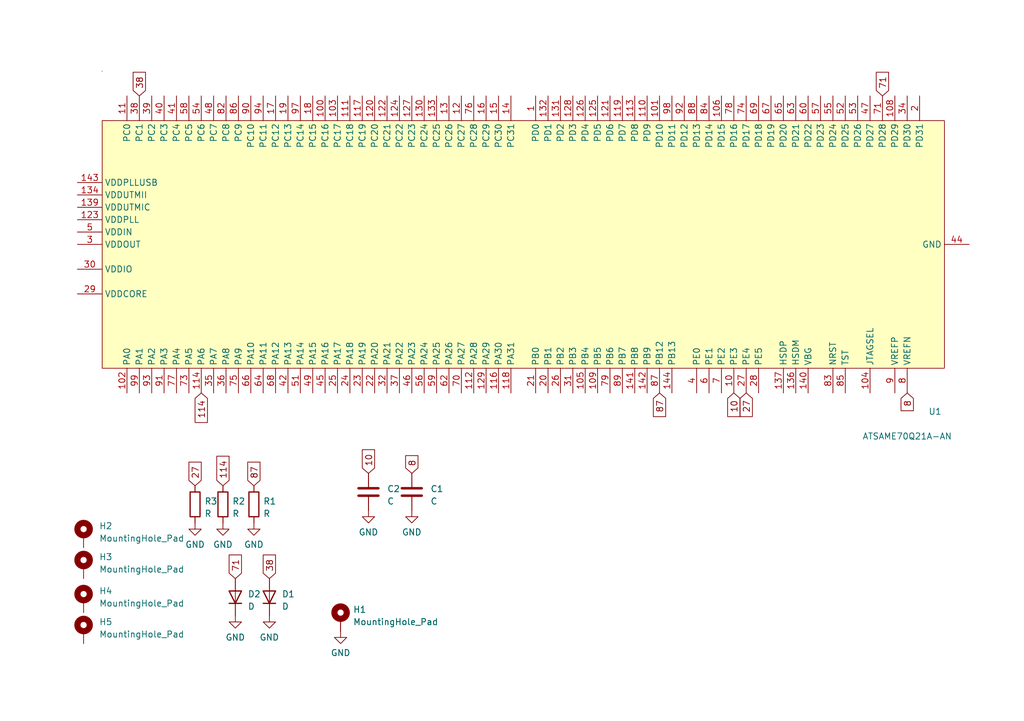
<source format=kicad_sch>
(kicad_sch (version 20230121) (generator eeschema)

  (uuid bb5f9f5f-2399-4981-90ab-6d0131d61522)

  (paper "A5")

  (title_block
    (title "Inventrix Keychain")
    (date "2024-05-25")
    (rev "1.0")
    (company "Bandung Institute of Technology, Inventrix")
    (comment 1 "Bostang Palaguna")
    (comment 2 "designed by:")
  )

  (lib_symbols
    (symbol "Device:C" (pin_numbers hide) (pin_names (offset 0.254)) (in_bom yes) (on_board yes)
      (property "Reference" "C" (at 0.635 2.54 0)
        (effects (font (size 1.27 1.27)) (justify left))
      )
      (property "Value" "C" (at 0.635 -2.54 0)
        (effects (font (size 1.27 1.27)) (justify left))
      )
      (property "Footprint" "" (at 0.9652 -3.81 0)
        (effects (font (size 1.27 1.27)) hide)
      )
      (property "Datasheet" "~" (at 0 0 0)
        (effects (font (size 1.27 1.27)) hide)
      )
      (property "ki_keywords" "cap capacitor" (at 0 0 0)
        (effects (font (size 1.27 1.27)) hide)
      )
      (property "ki_description" "Unpolarized capacitor" (at 0 0 0)
        (effects (font (size 1.27 1.27)) hide)
      )
      (property "ki_fp_filters" "C_*" (at 0 0 0)
        (effects (font (size 1.27 1.27)) hide)
      )
      (symbol "C_0_1"
        (polyline
          (pts
            (xy -2.032 -0.762)
            (xy 2.032 -0.762)
          )
          (stroke (width 0.508) (type default))
          (fill (type none))
        )
        (polyline
          (pts
            (xy -2.032 0.762)
            (xy 2.032 0.762)
          )
          (stroke (width 0.508) (type default))
          (fill (type none))
        )
      )
      (symbol "C_1_1"
        (pin passive line (at 0 3.81 270) (length 2.794)
          (name "~" (effects (font (size 1.27 1.27))))
          (number "1" (effects (font (size 1.27 1.27))))
        )
        (pin passive line (at 0 -3.81 90) (length 2.794)
          (name "~" (effects (font (size 1.27 1.27))))
          (number "2" (effects (font (size 1.27 1.27))))
        )
      )
    )
    (symbol "Device:D" (pin_numbers hide) (pin_names (offset 1.016) hide) (in_bom yes) (on_board yes)
      (property "Reference" "D" (at 0 2.54 0)
        (effects (font (size 1.27 1.27)))
      )
      (property "Value" "D" (at 0 -2.54 0)
        (effects (font (size 1.27 1.27)))
      )
      (property "Footprint" "" (at 0 0 0)
        (effects (font (size 1.27 1.27)) hide)
      )
      (property "Datasheet" "~" (at 0 0 0)
        (effects (font (size 1.27 1.27)) hide)
      )
      (property "Sim.Device" "D" (at 0 0 0)
        (effects (font (size 1.27 1.27)) hide)
      )
      (property "Sim.Pins" "1=K 2=A" (at 0 0 0)
        (effects (font (size 1.27 1.27)) hide)
      )
      (property "ki_keywords" "diode" (at 0 0 0)
        (effects (font (size 1.27 1.27)) hide)
      )
      (property "ki_description" "Diode" (at 0 0 0)
        (effects (font (size 1.27 1.27)) hide)
      )
      (property "ki_fp_filters" "TO-???* *_Diode_* *SingleDiode* D_*" (at 0 0 0)
        (effects (font (size 1.27 1.27)) hide)
      )
      (symbol "D_0_1"
        (polyline
          (pts
            (xy -1.27 1.27)
            (xy -1.27 -1.27)
          )
          (stroke (width 0.254) (type default))
          (fill (type none))
        )
        (polyline
          (pts
            (xy 1.27 0)
            (xy -1.27 0)
          )
          (stroke (width 0) (type default))
          (fill (type none))
        )
        (polyline
          (pts
            (xy 1.27 1.27)
            (xy 1.27 -1.27)
            (xy -1.27 0)
            (xy 1.27 1.27)
          )
          (stroke (width 0.254) (type default))
          (fill (type none))
        )
      )
      (symbol "D_1_1"
        (pin passive line (at -3.81 0 0) (length 2.54)
          (name "K" (effects (font (size 1.27 1.27))))
          (number "1" (effects (font (size 1.27 1.27))))
        )
        (pin passive line (at 3.81 0 180) (length 2.54)
          (name "A" (effects (font (size 1.27 1.27))))
          (number "2" (effects (font (size 1.27 1.27))))
        )
      )
    )
    (symbol "Device:R" (pin_numbers hide) (pin_names (offset 0)) (in_bom yes) (on_board yes)
      (property "Reference" "R" (at 2.032 0 90)
        (effects (font (size 1.27 1.27)))
      )
      (property "Value" "R" (at 0 0 90)
        (effects (font (size 1.27 1.27)))
      )
      (property "Footprint" "" (at -1.778 0 90)
        (effects (font (size 1.27 1.27)) hide)
      )
      (property "Datasheet" "~" (at 0 0 0)
        (effects (font (size 1.27 1.27)) hide)
      )
      (property "ki_keywords" "R res resistor" (at 0 0 0)
        (effects (font (size 1.27 1.27)) hide)
      )
      (property "ki_description" "Resistor" (at 0 0 0)
        (effects (font (size 1.27 1.27)) hide)
      )
      (property "ki_fp_filters" "R_*" (at 0 0 0)
        (effects (font (size 1.27 1.27)) hide)
      )
      (symbol "R_0_1"
        (rectangle (start -1.016 -2.54) (end 1.016 2.54)
          (stroke (width 0.254) (type default))
          (fill (type none))
        )
      )
      (symbol "R_1_1"
        (pin passive line (at 0 3.81 270) (length 1.27)
          (name "~" (effects (font (size 1.27 1.27))))
          (number "1" (effects (font (size 1.27 1.27))))
        )
        (pin passive line (at 0 -3.81 90) (length 1.27)
          (name "~" (effects (font (size 1.27 1.27))))
          (number "2" (effects (font (size 1.27 1.27))))
        )
      )
    )
    (symbol "MCU_Microchip_SAME:ATSAME70Q21A-AN" (in_bom yes) (on_board yes)
      (property "Reference" "U" (at -22.86 88.9 0)
        (effects (font (size 1.27 1.27)))
      )
      (property "Value" "ATSAME70Q21A-AN" (at -12.7 -88.9 0)
        (effects (font (size 1.27 1.27)))
      )
      (property "Footprint" "Package_QFP:LQFP-144_20x20mm_P0.5mm" (at 35.56 88.9 0)
        (effects (font (size 1.27 1.27)) hide)
      )
      (property "Datasheet" "http://ww1.microchip.com/downloads/en/DeviceDoc/SAM-E70-S70-V70-V71-Family-Data-Sheet-DS60001527D.pdf" (at 0 0 0)
        (effects (font (size 1.27 1.27)) hide)
      )
      (property "ki_keywords" "32-bit ARM Cortex-M7 MCU Microcontroller" (at 0 0 0)
        (effects (font (size 1.27 1.27)) hide)
      )
      (property "ki_description" "SAM E70 Microchip SMART ARM Cortex-M7-based MCU, 2048K Flash, 384K SRAM, LQFP144" (at 0 0 0)
        (effects (font (size 1.27 1.27)) hide)
      )
      (property "ki_fp_filters" "LQFP*20x20mm*P0.5mm*" (at 0 0 0)
        (effects (font (size 1.27 1.27)) hide)
      )
      (symbol "ATSAME70Q21A-AN_0_1"
        (rectangle (start 25.4 86.36) (end -25.4 -86.36)
          (stroke (width 0) (type default))
          (fill (type background))
        )
        (rectangle (start 35.56 86.36) (end 35.56 86.36)
          (stroke (width 0) (type default))
          (fill (type none))
        )
      )
      (symbol "ATSAME70Q21A-AN_1_1"
        (pin bidirectional line (at 30.48 -2.54 180) (length 5.08)
          (name "PD0" (effects (font (size 1.27 1.27))))
          (number "1" (effects (font (size 1.27 1.27))))
        )
        (pin bidirectional line (at -30.48 -43.18 0) (length 5.08)
          (name "PE3" (effects (font (size 1.27 1.27))))
          (number "10" (effects (font (size 1.27 1.27))))
        )
        (pin bidirectional line (at 30.48 40.64 180) (length 5.08)
          (name "PC16" (effects (font (size 1.27 1.27))))
          (number "100" (effects (font (size 1.27 1.27))))
        )
        (pin bidirectional line (at 30.48 -27.94 180) (length 5.08)
          (name "PD10" (effects (font (size 1.27 1.27))))
          (number "101" (effects (font (size 1.27 1.27))))
        )
        (pin bidirectional line (at -30.48 81.28 0) (length 5.08)
          (name "PA0" (effects (font (size 1.27 1.27))))
          (number "102" (effects (font (size 1.27 1.27))))
        )
        (pin bidirectional line (at 30.48 38.1 180) (length 5.08)
          (name "PC17" (effects (font (size 1.27 1.27))))
          (number "103" (effects (font (size 1.27 1.27))))
        )
        (pin input line (at -30.48 -71.12 0) (length 5.08)
          (name "JTAGSEL" (effects (font (size 1.27 1.27))))
          (number "104" (effects (font (size 1.27 1.27))))
        )
        (pin bidirectional line (at -30.48 -12.7 0) (length 5.08)
          (name "PB4" (effects (font (size 1.27 1.27))))
          (number "105" (effects (font (size 1.27 1.27))))
        )
        (pin bidirectional line (at 30.48 -40.64 180) (length 5.08)
          (name "PD15" (effects (font (size 1.27 1.27))))
          (number "106" (effects (font (size 1.27 1.27))))
        )
        (pin passive line (at -10.16 91.44 270) (length 5.08) hide
          (name "VDDCORE" (effects (font (size 1.27 1.27))))
          (number "107" (effects (font (size 1.27 1.27))))
        )
        (pin bidirectional line (at 30.48 -76.2 180) (length 5.08)
          (name "PD29" (effects (font (size 1.27 1.27))))
          (number "108" (effects (font (size 1.27 1.27))))
        )
        (pin bidirectional line (at -30.48 -15.24 0) (length 5.08)
          (name "PB5" (effects (font (size 1.27 1.27))))
          (number "109" (effects (font (size 1.27 1.27))))
        )
        (pin bidirectional line (at 30.48 81.28 180) (length 5.08)
          (name "PC0" (effects (font (size 1.27 1.27))))
          (number "11" (effects (font (size 1.27 1.27))))
        )
        (pin bidirectional line (at 30.48 -25.4 180) (length 5.08)
          (name "PD9" (effects (font (size 1.27 1.27))))
          (number "110" (effects (font (size 1.27 1.27))))
        )
        (pin bidirectional line (at 30.48 35.56 180) (length 5.08)
          (name "PC18" (effects (font (size 1.27 1.27))))
          (number "111" (effects (font (size 1.27 1.27))))
        )
        (pin bidirectional line (at -30.48 10.16 0) (length 5.08)
          (name "PA28" (effects (font (size 1.27 1.27))))
          (number "112" (effects (font (size 1.27 1.27))))
        )
        (pin bidirectional line (at 30.48 -22.86 180) (length 5.08)
          (name "PD8" (effects (font (size 1.27 1.27))))
          (number "113" (effects (font (size 1.27 1.27))))
        )
        (pin bidirectional line (at -30.48 66.04 0) (length 5.08)
          (name "PA6" (effects (font (size 1.27 1.27))))
          (number "114" (effects (font (size 1.27 1.27))))
        )
        (pin passive line (at 0 -91.44 90) (length 5.08) hide
          (name "GND" (effects (font (size 1.27 1.27))))
          (number "115" (effects (font (size 1.27 1.27))))
        )
        (pin bidirectional line (at -30.48 5.08 0) (length 5.08)
          (name "PA30" (effects (font (size 1.27 1.27))))
          (number "116" (effects (font (size 1.27 1.27))))
        )
        (pin bidirectional line (at 30.48 33.02 180) (length 5.08)
          (name "PC19" (effects (font (size 1.27 1.27))))
          (number "117" (effects (font (size 1.27 1.27))))
        )
        (pin bidirectional line (at -30.48 2.54 0) (length 5.08)
          (name "PA31" (effects (font (size 1.27 1.27))))
          (number "118" (effects (font (size 1.27 1.27))))
        )
        (pin bidirectional line (at 30.48 -20.32 180) (length 5.08)
          (name "PD7" (effects (font (size 1.27 1.27))))
          (number "119" (effects (font (size 1.27 1.27))))
        )
        (pin bidirectional line (at 30.48 12.7 180) (length 5.08)
          (name "PC27" (effects (font (size 1.27 1.27))))
          (number "12" (effects (font (size 1.27 1.27))))
        )
        (pin bidirectional line (at 30.48 30.48 180) (length 5.08)
          (name "PC20" (effects (font (size 1.27 1.27))))
          (number "120" (effects (font (size 1.27 1.27))))
        )
        (pin bidirectional line (at 30.48 -17.78 180) (length 5.08)
          (name "PD6" (effects (font (size 1.27 1.27))))
          (number "121" (effects (font (size 1.27 1.27))))
        )
        (pin bidirectional line (at 30.48 27.94 180) (length 5.08)
          (name "PC21" (effects (font (size 1.27 1.27))))
          (number "122" (effects (font (size 1.27 1.27))))
        )
        (pin power_in line (at 5.08 91.44 270) (length 5.08)
          (name "VDDPLL" (effects (font (size 1.27 1.27))))
          (number "123" (effects (font (size 1.27 1.27))))
        )
        (pin bidirectional line (at 30.48 25.4 180) (length 5.08)
          (name "PC22" (effects (font (size 1.27 1.27))))
          (number "124" (effects (font (size 1.27 1.27))))
        )
        (pin bidirectional line (at 30.48 -15.24 180) (length 5.08)
          (name "PD5" (effects (font (size 1.27 1.27))))
          (number "125" (effects (font (size 1.27 1.27))))
        )
        (pin bidirectional line (at 30.48 -12.7 180) (length 5.08)
          (name "PD4" (effects (font (size 1.27 1.27))))
          (number "126" (effects (font (size 1.27 1.27))))
        )
        (pin bidirectional line (at 30.48 22.86 180) (length 5.08)
          (name "PC23" (effects (font (size 1.27 1.27))))
          (number "127" (effects (font (size 1.27 1.27))))
        )
        (pin bidirectional line (at 30.48 -10.16 180) (length 5.08)
          (name "PD3" (effects (font (size 1.27 1.27))))
          (number "128" (effects (font (size 1.27 1.27))))
        )
        (pin bidirectional line (at -30.48 7.62 0) (length 5.08)
          (name "PA29" (effects (font (size 1.27 1.27))))
          (number "129" (effects (font (size 1.27 1.27))))
        )
        (pin bidirectional line (at 30.48 15.24 180) (length 5.08)
          (name "PC26" (effects (font (size 1.27 1.27))))
          (number "13" (effects (font (size 1.27 1.27))))
        )
        (pin bidirectional line (at 30.48 20.32 180) (length 5.08)
          (name "PC24" (effects (font (size 1.27 1.27))))
          (number "130" (effects (font (size 1.27 1.27))))
        )
        (pin bidirectional line (at 30.48 -7.62 180) (length 5.08)
          (name "PD2" (effects (font (size 1.27 1.27))))
          (number "131" (effects (font (size 1.27 1.27))))
        )
        (pin bidirectional line (at 30.48 -5.08 180) (length 5.08)
          (name "PD1" (effects (font (size 1.27 1.27))))
          (number "132" (effects (font (size 1.27 1.27))))
        )
        (pin bidirectional line (at 30.48 17.78 180) (length 5.08)
          (name "PC25" (effects (font (size 1.27 1.27))))
          (number "133" (effects (font (size 1.27 1.27))))
        )
        (pin power_in line (at 10.16 91.44 270) (length 5.08)
          (name "VDDUTMII" (effects (font (size 1.27 1.27))))
          (number "134" (effects (font (size 1.27 1.27))))
        )
        (pin passive line (at 0 -91.44 90) (length 5.08) hide
          (name "GND" (effects (font (size 1.27 1.27))))
          (number "135" (effects (font (size 1.27 1.27))))
        )
        (pin bidirectional line (at -30.48 -55.88 0) (length 5.08)
          (name "HSDM" (effects (font (size 1.27 1.27))))
          (number "136" (effects (font (size 1.27 1.27))))
        )
        (pin bidirectional line (at -30.48 -53.34 0) (length 5.08)
          (name "HSDP" (effects (font (size 1.27 1.27))))
          (number "137" (effects (font (size 1.27 1.27))))
        )
        (pin passive line (at 0 -91.44 90) (length 5.08) hide
          (name "GND" (effects (font (size 1.27 1.27))))
          (number "138" (effects (font (size 1.27 1.27))))
        )
        (pin power_in line (at 7.62 91.44 270) (length 5.08)
          (name "VDDUTMIC" (effects (font (size 1.27 1.27))))
          (number "139" (effects (font (size 1.27 1.27))))
        )
        (pin bidirectional line (at 30.48 2.54 180) (length 5.08)
          (name "PC31" (effects (font (size 1.27 1.27))))
          (number "14" (effects (font (size 1.27 1.27))))
        )
        (pin input line (at -30.48 -58.42 0) (length 5.08)
          (name "VBG" (effects (font (size 1.27 1.27))))
          (number "140" (effects (font (size 1.27 1.27))))
        )
        (pin bidirectional line (at -30.48 -22.86 0) (length 5.08)
          (name "PB8" (effects (font (size 1.27 1.27))))
          (number "141" (effects (font (size 1.27 1.27))))
        )
        (pin bidirectional line (at -30.48 -25.4 0) (length 5.08)
          (name "PB9" (effects (font (size 1.27 1.27))))
          (number "142" (effects (font (size 1.27 1.27))))
        )
        (pin power_in line (at 12.7 91.44 270) (length 5.08)
          (name "VDDPLLUSB" (effects (font (size 1.27 1.27))))
          (number "143" (effects (font (size 1.27 1.27))))
        )
        (pin bidirectional line (at -30.48 -30.48 0) (length 5.08)
          (name "PB13" (effects (font (size 1.27 1.27))))
          (number "144" (effects (font (size 1.27 1.27))))
        )
        (pin bidirectional line (at 30.48 5.08 180) (length 5.08)
          (name "PC30" (effects (font (size 1.27 1.27))))
          (number "15" (effects (font (size 1.27 1.27))))
        )
        (pin bidirectional line (at 30.48 7.62 180) (length 5.08)
          (name "PC29" (effects (font (size 1.27 1.27))))
          (number "16" (effects (font (size 1.27 1.27))))
        )
        (pin bidirectional line (at 30.48 50.8 180) (length 5.08)
          (name "PC12" (effects (font (size 1.27 1.27))))
          (number "17" (effects (font (size 1.27 1.27))))
        )
        (pin bidirectional line (at 30.48 43.18 180) (length 5.08)
          (name "PC15" (effects (font (size 1.27 1.27))))
          (number "18" (effects (font (size 1.27 1.27))))
        )
        (pin bidirectional line (at 30.48 48.26 180) (length 5.08)
          (name "PC13" (effects (font (size 1.27 1.27))))
          (number "19" (effects (font (size 1.27 1.27))))
        )
        (pin bidirectional line (at 30.48 -81.28 180) (length 5.08)
          (name "PD31" (effects (font (size 1.27 1.27))))
          (number "2" (effects (font (size 1.27 1.27))))
        )
        (pin bidirectional line (at -30.48 -5.08 0) (length 5.08)
          (name "PB1" (effects (font (size 1.27 1.27))))
          (number "20" (effects (font (size 1.27 1.27))))
        )
        (pin bidirectional line (at -30.48 -2.54 0) (length 5.08)
          (name "PB0" (effects (font (size 1.27 1.27))))
          (number "21" (effects (font (size 1.27 1.27))))
        )
        (pin bidirectional line (at -30.48 30.48 0) (length 5.08)
          (name "PA20" (effects (font (size 1.27 1.27))))
          (number "22" (effects (font (size 1.27 1.27))))
        )
        (pin bidirectional line (at -30.48 33.02 0) (length 5.08)
          (name "PA19" (effects (font (size 1.27 1.27))))
          (number "23" (effects (font (size 1.27 1.27))))
        )
        (pin bidirectional line (at -30.48 35.56 0) (length 5.08)
          (name "PA18" (effects (font (size 1.27 1.27))))
          (number "24" (effects (font (size 1.27 1.27))))
        )
        (pin bidirectional line (at -30.48 38.1 0) (length 5.08)
          (name "PA17" (effects (font (size 1.27 1.27))))
          (number "25" (effects (font (size 1.27 1.27))))
        )
        (pin bidirectional line (at -30.48 -7.62 0) (length 5.08)
          (name "PB2" (effects (font (size 1.27 1.27))))
          (number "26" (effects (font (size 1.27 1.27))))
        )
        (pin bidirectional line (at -30.48 -45.72 0) (length 5.08)
          (name "PE4" (effects (font (size 1.27 1.27))))
          (number "27" (effects (font (size 1.27 1.27))))
        )
        (pin bidirectional line (at -30.48 -48.26 0) (length 5.08)
          (name "PE5" (effects (font (size 1.27 1.27))))
          (number "28" (effects (font (size 1.27 1.27))))
        )
        (pin power_in line (at -10.16 91.44 270) (length 5.08)
          (name "VDDCORE" (effects (font (size 1.27 1.27))))
          (number "29" (effects (font (size 1.27 1.27))))
        )
        (pin power_in line (at 0 91.44 270) (length 5.08)
          (name "VDDOUT" (effects (font (size 1.27 1.27))))
          (number "3" (effects (font (size 1.27 1.27))))
        )
        (pin power_in line (at -5.08 91.44 270) (length 5.08)
          (name "VDDIO" (effects (font (size 1.27 1.27))))
          (number "30" (effects (font (size 1.27 1.27))))
        )
        (pin bidirectional line (at -30.48 -10.16 0) (length 5.08)
          (name "PB3" (effects (font (size 1.27 1.27))))
          (number "31" (effects (font (size 1.27 1.27))))
        )
        (pin bidirectional line (at -30.48 27.94 0) (length 5.08)
          (name "PA21" (effects (font (size 1.27 1.27))))
          (number "32" (effects (font (size 1.27 1.27))))
        )
        (pin passive line (at -10.16 91.44 270) (length 5.08) hide
          (name "VDDCORE" (effects (font (size 1.27 1.27))))
          (number "33" (effects (font (size 1.27 1.27))))
        )
        (pin bidirectional line (at 30.48 -78.74 180) (length 5.08)
          (name "PD30" (effects (font (size 1.27 1.27))))
          (number "34" (effects (font (size 1.27 1.27))))
        )
        (pin bidirectional line (at -30.48 63.5 0) (length 5.08)
          (name "PA7" (effects (font (size 1.27 1.27))))
          (number "35" (effects (font (size 1.27 1.27))))
        )
        (pin bidirectional line (at -30.48 60.96 0) (length 5.08)
          (name "PA8" (effects (font (size 1.27 1.27))))
          (number "36" (effects (font (size 1.27 1.27))))
        )
        (pin bidirectional line (at -30.48 25.4 0) (length 5.08)
          (name "PA22" (effects (font (size 1.27 1.27))))
          (number "37" (effects (font (size 1.27 1.27))))
        )
        (pin bidirectional line (at 30.48 78.74 180) (length 5.08)
          (name "PC1" (effects (font (size 1.27 1.27))))
          (number "38" (effects (font (size 1.27 1.27))))
        )
        (pin bidirectional line (at 30.48 76.2 180) (length 5.08)
          (name "PC2" (effects (font (size 1.27 1.27))))
          (number "39" (effects (font (size 1.27 1.27))))
        )
        (pin bidirectional line (at -30.48 -35.56 0) (length 5.08)
          (name "PE0" (effects (font (size 1.27 1.27))))
          (number "4" (effects (font (size 1.27 1.27))))
        )
        (pin bidirectional line (at 30.48 73.66 180) (length 5.08)
          (name "PC3" (effects (font (size 1.27 1.27))))
          (number "40" (effects (font (size 1.27 1.27))))
        )
        (pin bidirectional line (at 30.48 71.12 180) (length 5.08)
          (name "PC4" (effects (font (size 1.27 1.27))))
          (number "41" (effects (font (size 1.27 1.27))))
        )
        (pin bidirectional line (at -30.48 48.26 0) (length 5.08)
          (name "PA13" (effects (font (size 1.27 1.27))))
          (number "42" (effects (font (size 1.27 1.27))))
        )
        (pin passive line (at -5.08 91.44 270) (length 5.08) hide
          (name "VDDIO" (effects (font (size 1.27 1.27))))
          (number "43" (effects (font (size 1.27 1.27))))
        )
        (pin power_in line (at 0 -91.44 90) (length 5.08)
          (name "GND" (effects (font (size 1.27 1.27))))
          (number "44" (effects (font (size 1.27 1.27))))
        )
        (pin bidirectional line (at -30.48 40.64 0) (length 5.08)
          (name "PA16" (effects (font (size 1.27 1.27))))
          (number "45" (effects (font (size 1.27 1.27))))
        )
        (pin bidirectional line (at -30.48 22.86 0) (length 5.08)
          (name "PA23" (effects (font (size 1.27 1.27))))
          (number "46" (effects (font (size 1.27 1.27))))
        )
        (pin bidirectional line (at 30.48 -71.12 180) (length 5.08)
          (name "PD27" (effects (font (size 1.27 1.27))))
          (number "47" (effects (font (size 1.27 1.27))))
        )
        (pin bidirectional line (at 30.48 63.5 180) (length 5.08)
          (name "PC7" (effects (font (size 1.27 1.27))))
          (number "48" (effects (font (size 1.27 1.27))))
        )
        (pin bidirectional line (at -30.48 43.18 0) (length 5.08)
          (name "PA15" (effects (font (size 1.27 1.27))))
          (number "49" (effects (font (size 1.27 1.27))))
        )
        (pin power_in line (at 2.54 91.44 270) (length 5.08)
          (name "VDDIN" (effects (font (size 1.27 1.27))))
          (number "5" (effects (font (size 1.27 1.27))))
        )
        (pin passive line (at -10.16 91.44 270) (length 5.08) hide
          (name "VDDCORE" (effects (font (size 1.27 1.27))))
          (number "50" (effects (font (size 1.27 1.27))))
        )
        (pin bidirectional line (at -30.48 45.72 0) (length 5.08)
          (name "PA14" (effects (font (size 1.27 1.27))))
          (number "51" (effects (font (size 1.27 1.27))))
        )
        (pin bidirectional line (at 30.48 -66.04 180) (length 5.08)
          (name "PD25" (effects (font (size 1.27 1.27))))
          (number "52" (effects (font (size 1.27 1.27))))
        )
        (pin bidirectional line (at 30.48 -68.58 180) (length 5.08)
          (name "PD26" (effects (font (size 1.27 1.27))))
          (number "53" (effects (font (size 1.27 1.27))))
        )
        (pin bidirectional line (at 30.48 66.04 180) (length 5.08)
          (name "PC6" (effects (font (size 1.27 1.27))))
          (number "54" (effects (font (size 1.27 1.27))))
        )
        (pin bidirectional line (at 30.48 -63.5 180) (length 5.08)
          (name "PD24" (effects (font (size 1.27 1.27))))
          (number "55" (effects (font (size 1.27 1.27))))
        )
        (pin bidirectional line (at -30.48 20.32 0) (length 5.08)
          (name "PA24" (effects (font (size 1.27 1.27))))
          (number "56" (effects (font (size 1.27 1.27))))
        )
        (pin bidirectional line (at 30.48 -60.96 180) (length 5.08)
          (name "PD23" (effects (font (size 1.27 1.27))))
          (number "57" (effects (font (size 1.27 1.27))))
        )
        (pin bidirectional line (at 30.48 68.58 180) (length 5.08)
          (name "PC5" (effects (font (size 1.27 1.27))))
          (number "58" (effects (font (size 1.27 1.27))))
        )
        (pin bidirectional line (at -30.48 17.78 0) (length 5.08)
          (name "PA25" (effects (font (size 1.27 1.27))))
          (number "59" (effects (font (size 1.27 1.27))))
        )
        (pin bidirectional line (at -30.48 -38.1 0) (length 5.08)
          (name "PE1" (effects (font (size 1.27 1.27))))
          (number "6" (effects (font (size 1.27 1.27))))
        )
        (pin bidirectional line (at 30.48 -58.42 180) (length 5.08)
          (name "PD22" (effects (font (size 1.27 1.27))))
          (number "60" (effects (font (size 1.27 1.27))))
        )
        (pin passive line (at 0 -91.44 90) (length 5.08) hide
          (name "GND" (effects (font (size 1.27 1.27))))
          (number "61" (effects (font (size 1.27 1.27))))
        )
        (pin bidirectional line (at -30.48 15.24 0) (length 5.08)
          (name "PA26" (effects (font (size 1.27 1.27))))
          (number "62" (effects (font (size 1.27 1.27))))
        )
        (pin bidirectional line (at 30.48 -55.88 180) (length 5.08)
          (name "PD21" (effects (font (size 1.27 1.27))))
          (number "63" (effects (font (size 1.27 1.27))))
        )
        (pin bidirectional line (at -30.48 53.34 0) (length 5.08)
          (name "PA11" (effects (font (size 1.27 1.27))))
          (number "64" (effects (font (size 1.27 1.27))))
        )
        (pin bidirectional line (at 30.48 -53.34 180) (length 5.08)
          (name "PD20" (effects (font (size 1.27 1.27))))
          (number "65" (effects (font (size 1.27 1.27))))
        )
        (pin bidirectional line (at -30.48 55.88 0) (length 5.08)
          (name "PA10" (effects (font (size 1.27 1.27))))
          (number "66" (effects (font (size 1.27 1.27))))
        )
        (pin bidirectional line (at 30.48 -50.8 180) (length 5.08)
          (name "PD19" (effects (font (size 1.27 1.27))))
          (number "67" (effects (font (size 1.27 1.27))))
        )
        (pin bidirectional line (at -30.48 50.8 0) (length 5.08)
          (name "PA12" (effects (font (size 1.27 1.27))))
          (number "68" (effects (font (size 1.27 1.27))))
        )
        (pin bidirectional line (at 30.48 -48.26 180) (length 5.08)
          (name "PD18" (effects (font (size 1.27 1.27))))
          (number "69" (effects (font (size 1.27 1.27))))
        )
        (pin bidirectional line (at -30.48 -40.64 0) (length 5.08)
          (name "PE2" (effects (font (size 1.27 1.27))))
          (number "7" (effects (font (size 1.27 1.27))))
        )
        (pin bidirectional line (at -30.48 12.7 0) (length 5.08)
          (name "PA27" (effects (font (size 1.27 1.27))))
          (number "70" (effects (font (size 1.27 1.27))))
        )
        (pin bidirectional line (at 30.48 -73.66 180) (length 5.08)
          (name "PD28" (effects (font (size 1.27 1.27))))
          (number "71" (effects (font (size 1.27 1.27))))
        )
        (pin passive line (at -5.08 91.44 270) (length 5.08) hide
          (name "VDDIO" (effects (font (size 1.27 1.27))))
          (number "72" (effects (font (size 1.27 1.27))))
        )
        (pin bidirectional line (at -30.48 68.58 0) (length 5.08)
          (name "PA5" (effects (font (size 1.27 1.27))))
          (number "73" (effects (font (size 1.27 1.27))))
        )
        (pin bidirectional line (at 30.48 -45.72 180) (length 5.08)
          (name "PD17" (effects (font (size 1.27 1.27))))
          (number "74" (effects (font (size 1.27 1.27))))
        )
        (pin bidirectional line (at -30.48 58.42 0) (length 5.08)
          (name "PA9" (effects (font (size 1.27 1.27))))
          (number "75" (effects (font (size 1.27 1.27))))
        )
        (pin bidirectional line (at 30.48 10.16 180) (length 5.08)
          (name "PC28" (effects (font (size 1.27 1.27))))
          (number "76" (effects (font (size 1.27 1.27))))
        )
        (pin bidirectional line (at -30.48 71.12 0) (length 5.08)
          (name "PA4" (effects (font (size 1.27 1.27))))
          (number "77" (effects (font (size 1.27 1.27))))
        )
        (pin bidirectional line (at 30.48 -43.18 180) (length 5.08)
          (name "PD16" (effects (font (size 1.27 1.27))))
          (number "78" (effects (font (size 1.27 1.27))))
        )
        (pin bidirectional line (at -30.48 -17.78 0) (length 5.08)
          (name "PB6" (effects (font (size 1.27 1.27))))
          (number "79" (effects (font (size 1.27 1.27))))
        )
        (pin bidirectional line (at -30.48 -78.74 0) (length 5.08)
          (name "VREFN" (effects (font (size 1.27 1.27))))
          (number "8" (effects (font (size 1.27 1.27))))
        )
        (pin passive line (at -5.08 91.44 270) (length 5.08) hide
          (name "VDDIO" (effects (font (size 1.27 1.27))))
          (number "80" (effects (font (size 1.27 1.27))))
        )
        (pin passive line (at -10.16 91.44 270) (length 5.08) hide
          (name "VDDCORE" (effects (font (size 1.27 1.27))))
          (number "81" (effects (font (size 1.27 1.27))))
        )
        (pin bidirectional line (at 30.48 60.96 180) (length 5.08)
          (name "PC8" (effects (font (size 1.27 1.27))))
          (number "82" (effects (font (size 1.27 1.27))))
        )
        (pin bidirectional line (at -30.48 -63.5 0) (length 5.08)
          (name "NRST" (effects (font (size 1.27 1.27))))
          (number "83" (effects (font (size 1.27 1.27))))
        )
        (pin bidirectional line (at 30.48 -38.1 180) (length 5.08)
          (name "PD14" (effects (font (size 1.27 1.27))))
          (number "84" (effects (font (size 1.27 1.27))))
        )
        (pin input line (at -30.48 -66.04 0) (length 5.08)
          (name "TST" (effects (font (size 1.27 1.27))))
          (number "85" (effects (font (size 1.27 1.27))))
        )
        (pin bidirectional line (at 30.48 58.42 180) (length 5.08)
          (name "PC9" (effects (font (size 1.27 1.27))))
          (number "86" (effects (font (size 1.27 1.27))))
        )
        (pin bidirectional line (at -30.48 -27.94 0) (length 5.08)
          (name "PB12" (effects (font (size 1.27 1.27))))
          (number "87" (effects (font (size 1.27 1.27))))
        )
        (pin bidirectional line (at 30.48 -35.56 180) (length 5.08)
          (name "PD13" (effects (font (size 1.27 1.27))))
          (number "88" (effects (font (size 1.27 1.27))))
        )
        (pin bidirectional line (at -30.48 -20.32 0) (length 5.08)
          (name "PB7" (effects (font (size 1.27 1.27))))
          (number "89" (effects (font (size 1.27 1.27))))
        )
        (pin input line (at -30.48 -76.2 0) (length 5.08)
          (name "VREFP" (effects (font (size 1.27 1.27))))
          (number "9" (effects (font (size 1.27 1.27))))
        )
        (pin bidirectional line (at 30.48 55.88 180) (length 5.08)
          (name "PC10" (effects (font (size 1.27 1.27))))
          (number "90" (effects (font (size 1.27 1.27))))
        )
        (pin bidirectional line (at -30.48 73.66 0) (length 5.08)
          (name "PA3" (effects (font (size 1.27 1.27))))
          (number "91" (effects (font (size 1.27 1.27))))
        )
        (pin bidirectional line (at 30.48 -33.02 180) (length 5.08)
          (name "PD12" (effects (font (size 1.27 1.27))))
          (number "92" (effects (font (size 1.27 1.27))))
        )
        (pin bidirectional line (at -30.48 76.2 0) (length 5.08)
          (name "PA2" (effects (font (size 1.27 1.27))))
          (number "93" (effects (font (size 1.27 1.27))))
        )
        (pin bidirectional line (at 30.48 53.34 180) (length 5.08)
          (name "PC11" (effects (font (size 1.27 1.27))))
          (number "94" (effects (font (size 1.27 1.27))))
        )
        (pin passive line (at 0 -91.44 90) (length 5.08) hide
          (name "GND" (effects (font (size 1.27 1.27))))
          (number "95" (effects (font (size 1.27 1.27))))
        )
        (pin passive line (at -5.08 91.44 270) (length 5.08) hide
          (name "VDDIO" (effects (font (size 1.27 1.27))))
          (number "96" (effects (font (size 1.27 1.27))))
        )
        (pin bidirectional line (at 30.48 45.72 180) (length 5.08)
          (name "PC14" (effects (font (size 1.27 1.27))))
          (number "97" (effects (font (size 1.27 1.27))))
        )
        (pin bidirectional line (at 30.48 -30.48 180) (length 5.08)
          (name "PD11" (effects (font (size 1.27 1.27))))
          (number "98" (effects (font (size 1.27 1.27))))
        )
        (pin bidirectional line (at -30.48 78.74 0) (length 5.08)
          (name "PA1" (effects (font (size 1.27 1.27))))
          (number "99" (effects (font (size 1.27 1.27))))
        )
      )
    )
    (symbol "Mechanical:MountingHole_Pad" (pin_numbers hide) (pin_names (offset 1.016) hide) (in_bom yes) (on_board yes)
      (property "Reference" "H" (at 0 6.35 0)
        (effects (font (size 1.27 1.27)))
      )
      (property "Value" "MountingHole_Pad" (at 0 4.445 0)
        (effects (font (size 1.27 1.27)))
      )
      (property "Footprint" "" (at 0 0 0)
        (effects (font (size 1.27 1.27)) hide)
      )
      (property "Datasheet" "~" (at 0 0 0)
        (effects (font (size 1.27 1.27)) hide)
      )
      (property "ki_keywords" "mounting hole" (at 0 0 0)
        (effects (font (size 1.27 1.27)) hide)
      )
      (property "ki_description" "Mounting Hole with connection" (at 0 0 0)
        (effects (font (size 1.27 1.27)) hide)
      )
      (property "ki_fp_filters" "MountingHole*Pad*" (at 0 0 0)
        (effects (font (size 1.27 1.27)) hide)
      )
      (symbol "MountingHole_Pad_0_1"
        (circle (center 0 1.27) (radius 1.27)
          (stroke (width 1.27) (type default))
          (fill (type none))
        )
      )
      (symbol "MountingHole_Pad_1_1"
        (pin input line (at 0 -2.54 90) (length 2.54)
          (name "1" (effects (font (size 1.27 1.27))))
          (number "1" (effects (font (size 1.27 1.27))))
        )
      )
    )
    (symbol "power:GND" (power) (pin_names (offset 0)) (in_bom yes) (on_board yes)
      (property "Reference" "#PWR" (at 0 -6.35 0)
        (effects (font (size 1.27 1.27)) hide)
      )
      (property "Value" "GND" (at 0 -3.81 0)
        (effects (font (size 1.27 1.27)))
      )
      (property "Footprint" "" (at 0 0 0)
        (effects (font (size 1.27 1.27)) hide)
      )
      (property "Datasheet" "" (at 0 0 0)
        (effects (font (size 1.27 1.27)) hide)
      )
      (property "ki_keywords" "global power" (at 0 0 0)
        (effects (font (size 1.27 1.27)) hide)
      )
      (property "ki_description" "Power symbol creates a global label with name \"GND\" , ground" (at 0 0 0)
        (effects (font (size 1.27 1.27)) hide)
      )
      (symbol "GND_0_1"
        (polyline
          (pts
            (xy 0 0)
            (xy 0 -1.27)
            (xy 1.27 -1.27)
            (xy 0 -2.54)
            (xy -1.27 -1.27)
            (xy 0 -1.27)
          )
          (stroke (width 0) (type default))
          (fill (type none))
        )
      )
      (symbol "GND_1_1"
        (pin power_in line (at 0 0 270) (length 0) hide
          (name "GND" (effects (font (size 1.27 1.27))))
          (number "1" (effects (font (size 1.27 1.27))))
        )
      )
    )
  )


  (global_label "8" (shape input) (at 186.055 80.645 270) (fields_autoplaced)
    (effects (font (size 1.27 1.27)) (justify right))
    (uuid 1fb61d7d-b41e-4de1-8cf8-aa06c2d91796)
    (property "Intersheetrefs" "${INTERSHEET_REFS}" (at 186.055 84.7603 90)
      (effects (font (size 1.27 1.27)) (justify right) hide)
    )
  )
  (global_label "87" (shape input) (at 135.255 80.645 270) (fields_autoplaced)
    (effects (font (size 1.27 1.27)) (justify right))
    (uuid 2e29c255-5a2e-4558-bb44-b2ed00eb518e)
    (property "Intersheetrefs" "${INTERSHEET_REFS}" (at 135.255 85.9698 90)
      (effects (font (size 1.27 1.27)) (justify right) hide)
    )
  )
  (global_label "71" (shape input) (at 180.975 19.685 90) (fields_autoplaced)
    (effects (font (size 1.27 1.27)) (justify left))
    (uuid 3584279e-1136-4849-9e43-ff5015278895)
    (property "Intersheetrefs" "${INTERSHEET_REFS}" (at 180.975 14.3602 90)
      (effects (font (size 1.27 1.27)) (justify left) hide)
    )
  )
  (global_label "38" (shape input) (at 28.575 19.685 90) (fields_autoplaced)
    (effects (font (size 1.27 1.27)) (justify left))
    (uuid 3d5440e4-b631-443b-9827-93e74e49443b)
    (property "Intersheetrefs" "${INTERSHEET_REFS}" (at 28.575 14.3602 90)
      (effects (font (size 1.27 1.27)) (justify left) hide)
    )
  )
  (global_label "71" (shape input) (at 48.26 118.745 90) (fields_autoplaced)
    (effects (font (size 1.27 1.27)) (justify left))
    (uuid 5ba9ed46-109d-4856-9d81-75046a54cf47)
    (property "Intersheetrefs" "${INTERSHEET_REFS}" (at 48.26 113.4202 90)
      (effects (font (size 1.27 1.27)) (justify left) hide)
    )
  )
  (global_label "38" (shape input) (at 55.245 118.745 90) (fields_autoplaced)
    (effects (font (size 1.27 1.27)) (justify left))
    (uuid 6d583c54-514b-4279-9587-ff322a6d3a09)
    (property "Intersheetrefs" "${INTERSHEET_REFS}" (at 55.245 113.4202 90)
      (effects (font (size 1.27 1.27)) (justify left) hide)
    )
  )
  (global_label "114" (shape input) (at 41.275 80.645 270) (fields_autoplaced)
    (effects (font (size 1.27 1.27)) (justify right))
    (uuid 759b36c5-e1fe-458b-9a19-f6c4d3f436d7)
    (property "Intersheetrefs" "${INTERSHEET_REFS}" (at 41.275 87.1793 90)
      (effects (font (size 1.27 1.27)) (justify right) hide)
    )
  )
  (global_label "8" (shape input) (at 84.455 97.155 90) (fields_autoplaced)
    (effects (font (size 1.27 1.27)) (justify left))
    (uuid 7dfdf434-c44a-413a-8c6d-08aa44fd6a95)
    (property "Intersheetrefs" "${INTERSHEET_REFS}" (at 84.455 93.0397 90)
      (effects (font (size 1.27 1.27)) (justify left) hide)
    )
  )
  (global_label "10" (shape input) (at 150.495 80.645 270) (fields_autoplaced)
    (effects (font (size 1.27 1.27)) (justify right))
    (uuid 8245987c-02c3-493e-a1cb-f74cb3a3ff8d)
    (property "Intersheetrefs" "${INTERSHEET_REFS}" (at 150.495 85.9698 90)
      (effects (font (size 1.27 1.27)) (justify right) hide)
    )
  )
  (global_label "10" (shape input) (at 75.565 97.155 90) (fields_autoplaced)
    (effects (font (size 1.27 1.27)) (justify left))
    (uuid af30b04b-a694-4507-a28d-762182552e4b)
    (property "Intersheetrefs" "${INTERSHEET_REFS}" (at 75.565 91.8302 90)
      (effects (font (size 1.27 1.27)) (justify left) hide)
    )
  )
  (global_label "27" (shape input) (at 153.035 80.645 270) (fields_autoplaced)
    (effects (font (size 1.27 1.27)) (justify right))
    (uuid af5ecd92-d03e-45b0-b254-79cf4ed1d08d)
    (property "Intersheetrefs" "${INTERSHEET_REFS}" (at 153.035 85.9698 90)
      (effects (font (size 1.27 1.27)) (justify right) hide)
    )
  )
  (global_label "114" (shape input) (at 45.72 99.695 90) (fields_autoplaced)
    (effects (font (size 1.27 1.27)) (justify left))
    (uuid c061264e-08ef-474d-85ff-24e7508745dc)
    (property "Intersheetrefs" "${INTERSHEET_REFS}" (at 45.72 93.1607 90)
      (effects (font (size 1.27 1.27)) (justify left) hide)
    )
  )
  (global_label "27" (shape input) (at 40.005 99.695 90) (fields_autoplaced)
    (effects (font (size 1.27 1.27)) (justify left))
    (uuid e1708311-b2fb-421b-9414-3059d57a94c9)
    (property "Intersheetrefs" "${INTERSHEET_REFS}" (at 40.005 94.3702 90)
      (effects (font (size 1.27 1.27)) (justify left) hide)
    )
  )
  (global_label "87" (shape input) (at 52.07 99.695 90) (fields_autoplaced)
    (effects (font (size 1.27 1.27)) (justify left))
    (uuid fd3447b8-226a-433e-9590-99ccfae17efb)
    (property "Intersheetrefs" "${INTERSHEET_REFS}" (at 52.07 94.3702 90)
      (effects (font (size 1.27 1.27)) (justify left) hide)
    )
  )

  (symbol (lib_id "power:GND") (at 48.26 126.365 0) (unit 1)
    (in_bom yes) (on_board yes) (dnp no) (fields_autoplaced)
    (uuid 069986ad-bac6-44ee-ad13-8344bbae1386)
    (property "Reference" "#PWR08" (at 48.26 132.715 0)
      (effects (font (size 1.27 1.27)) hide)
    )
    (property "Value" "GND" (at 48.26 130.81 0)
      (effects (font (size 1.27 1.27)))
    )
    (property "Footprint" "" (at 48.26 126.365 0)
      (effects (font (size 1.27 1.27)) hide)
    )
    (property "Datasheet" "" (at 48.26 126.365 0)
      (effects (font (size 1.27 1.27)) hide)
    )
    (pin "1" (uuid c13c3003-7381-4376-bc79-6dc820e97d0b))
    (instances
      (project "Inventrix_merch"
        (path "/bb5f9f5f-2399-4981-90ab-6d0131d61522"
          (reference "#PWR08") (unit 1)
        )
      )
    )
  )

  (symbol (lib_id "power:GND") (at 52.07 107.315 0) (unit 1)
    (in_bom yes) (on_board yes) (dnp no) (fields_autoplaced)
    (uuid 0d205446-2621-4c92-addf-124d96b720f1)
    (property "Reference" "#PWR02" (at 52.07 113.665 0)
      (effects (font (size 1.27 1.27)) hide)
    )
    (property "Value" "GND" (at 52.07 111.76 0)
      (effects (font (size 1.27 1.27)))
    )
    (property "Footprint" "" (at 52.07 107.315 0)
      (effects (font (size 1.27 1.27)) hide)
    )
    (property "Datasheet" "" (at 52.07 107.315 0)
      (effects (font (size 1.27 1.27)) hide)
    )
    (pin "1" (uuid a53161f2-53f1-4d55-8672-f4605e55cd14))
    (instances
      (project "Inventrix_merch"
        (path "/bb5f9f5f-2399-4981-90ab-6d0131d61522"
          (reference "#PWR02") (unit 1)
        )
      )
    )
  )

  (symbol (lib_id "Device:R") (at 45.72 103.505 0) (unit 1)
    (in_bom yes) (on_board yes) (dnp no) (fields_autoplaced)
    (uuid 0ee0cb5d-ae24-4f73-9f4e-c74c851856e4)
    (property "Reference" "R2" (at 47.625 102.87 0)
      (effects (font (size 1.27 1.27)) (justify left))
    )
    (property "Value" "R" (at 47.625 105.41 0)
      (effects (font (size 1.27 1.27)) (justify left))
    )
    (property "Footprint" "Resistor_SMD:R_0402_1005Metric" (at 43.942 103.505 90)
      (effects (font (size 1.27 1.27)) hide)
    )
    (property "Datasheet" "~" (at 45.72 103.505 0)
      (effects (font (size 1.27 1.27)) hide)
    )
    (pin "1" (uuid 34a419b6-bcdd-4eb5-a2a7-15d0ba7fccfb))
    (pin "2" (uuid 44ecf7f6-8fd1-48f3-95e3-fdc9184b75d6))
    (instances
      (project "Inventrix_merch"
        (path "/bb5f9f5f-2399-4981-90ab-6d0131d61522"
          (reference "R2") (unit 1)
        )
      )
    )
  )

  (symbol (lib_id "Device:R") (at 40.005 103.505 0) (unit 1)
    (in_bom yes) (on_board yes) (dnp no) (fields_autoplaced)
    (uuid 129a7d38-9691-4977-8d02-691de24241ae)
    (property "Reference" "R3" (at 41.91 102.87 0)
      (effects (font (size 1.27 1.27)) (justify left))
    )
    (property "Value" "R" (at 41.91 105.41 0)
      (effects (font (size 1.27 1.27)) (justify left))
    )
    (property "Footprint" "Resistor_SMD:R_0402_1005Metric" (at 38.227 103.505 90)
      (effects (font (size 1.27 1.27)) hide)
    )
    (property "Datasheet" "~" (at 40.005 103.505 0)
      (effects (font (size 1.27 1.27)) hide)
    )
    (pin "1" (uuid 6cadbaed-1605-4734-b087-a85004f3cb44))
    (pin "2" (uuid 0cfbfe9a-1942-445b-be8a-8c347b075867))
    (instances
      (project "Inventrix_merch"
        (path "/bb5f9f5f-2399-4981-90ab-6d0131d61522"
          (reference "R3") (unit 1)
        )
      )
    )
  )

  (symbol (lib_id "Device:C") (at 75.565 100.965 0) (unit 1)
    (in_bom yes) (on_board yes) (dnp no) (fields_autoplaced)
    (uuid 234ee86b-b89e-4051-957d-7df5f5ae2890)
    (property "Reference" "C2" (at 79.375 100.33 0)
      (effects (font (size 1.27 1.27)) (justify left))
    )
    (property "Value" "C" (at 79.375 102.87 0)
      (effects (font (size 1.27 1.27)) (justify left))
    )
    (property "Footprint" "Capacitor_SMD:C_0402_1005Metric" (at 76.5302 104.775 0)
      (effects (font (size 1.27 1.27)) hide)
    )
    (property "Datasheet" "~" (at 75.565 100.965 0)
      (effects (font (size 1.27 1.27)) hide)
    )
    (pin "1" (uuid 7c71876b-3531-4023-9497-ebfe1b0ea651))
    (pin "2" (uuid 8fe905e3-286b-4b19-9274-6f7570121179))
    (instances
      (project "Inventrix_merch"
        (path "/bb5f9f5f-2399-4981-90ab-6d0131d61522"
          (reference "C2") (unit 1)
        )
      )
    )
  )

  (symbol (lib_id "MCU_Microchip_SAME:ATSAME70Q21A-AN") (at 107.315 50.165 90) (unit 1)
    (in_bom yes) (on_board yes) (dnp no)
    (uuid 23be77b5-adb6-470c-a838-622a09fe9359)
    (property "Reference" "U1" (at 191.77 84.455 90)
      (effects (font (size 1.27 1.27)))
    )
    (property "Value" "ATSAME70Q21A-AN" (at 186.055 89.535 90)
      (effects (font (size 1.27 1.27)))
    )
    (property "Footprint" "Package_QFP:LQFP-144_20x20mm_P0.5mm" (at 18.415 14.605 0)
      (effects (font (size 1.27 1.27)) hide)
    )
    (property "Datasheet" "http://ww1.microchip.com/downloads/en/DeviceDoc/SAM-E70-S70-V70-V71-Family-Data-Sheet-DS60001527D.pdf" (at 107.315 50.165 0)
      (effects (font (size 1.27 1.27)) hide)
    )
    (pin "1" (uuid 631c6e98-6707-49f9-8a91-2cdaaaa60dfb))
    (pin "10" (uuid 869257e2-65df-4614-a57b-1436929d5f65))
    (pin "100" (uuid ccabb522-f43e-454e-b200-0420fb4b9e8b))
    (pin "101" (uuid edd3addf-272c-41fa-bcff-b3f26528627e))
    (pin "102" (uuid 70c5c13a-dcef-4ef2-884c-efe13df6a638))
    (pin "103" (uuid 5fba979f-3eb6-4c73-8112-aa5f93b03c74))
    (pin "104" (uuid a4147079-9e35-43f9-9346-c136f791b245))
    (pin "105" (uuid d98fe2ed-db03-428c-b1b5-d663163ccd0c))
    (pin "106" (uuid 8fb54dbe-d05f-4fdf-b07d-f6af1e610cef))
    (pin "107" (uuid 4f88d733-a0d8-4456-a423-5e1c1f938265))
    (pin "108" (uuid 96a1fba8-46fa-4662-a26f-a469a8cbbb72))
    (pin "109" (uuid 60a98430-a8f1-4774-a817-9562fece5e19))
    (pin "11" (uuid 641edc07-aef1-4e7e-b7ae-4a928032b008))
    (pin "110" (uuid 1b13c315-3761-4292-975c-da76ea60108e))
    (pin "111" (uuid 966b0987-d444-44ba-9ade-923d6bb284ac))
    (pin "112" (uuid ef8c32fb-48f4-400e-a24b-ead5a1f9591c))
    (pin "113" (uuid 95edf4d6-3423-4563-96f0-960c4c43ade1))
    (pin "114" (uuid f13c314c-d682-4654-bc2a-5c9cbc710f1a))
    (pin "115" (uuid 1c3275fe-e9d2-4db6-92a8-35d86397fbd5))
    (pin "116" (uuid 2490068b-fb04-4acf-8f13-fd23a64d94ec))
    (pin "117" (uuid b6d3fdcd-4fde-4144-9578-a055f93394ab))
    (pin "118" (uuid 1a641a65-07de-4629-8583-7f548dd55b28))
    (pin "119" (uuid ef5dcbd4-9ed5-4ca0-bd0b-4d17ea9205a2))
    (pin "12" (uuid ce5bd22b-9a4c-4597-b12f-321b9e2fad63))
    (pin "120" (uuid 413b1846-a0e6-4584-bc29-1778ceb4978b))
    (pin "121" (uuid 254615a6-b554-40d5-9e91-8b3ec745cda3))
    (pin "122" (uuid 22adb9d5-c817-4db8-90a2-a10a8feac95f))
    (pin "123" (uuid e2987c43-9bad-4e74-bebf-9b4fd641bf4f))
    (pin "124" (uuid d9355755-9990-4605-8143-1f1f82b81e88))
    (pin "125" (uuid 7dd20cf6-d34f-4640-a207-5091b8e6259d))
    (pin "126" (uuid cff0a0d5-407e-463f-906c-0da71d8685a8))
    (pin "127" (uuid b91750ee-a471-4e1c-a9de-6e68c6a10762))
    (pin "128" (uuid d7c9ed65-cc50-4dab-8284-9dd715b025fc))
    (pin "129" (uuid eb4f3a17-fef1-4e70-b06b-8b210d53e8ac))
    (pin "13" (uuid 18585f23-0715-49a7-8ca3-2cdee425552c))
    (pin "130" (uuid 18da03c6-0705-4d72-9fa9-013c86e86e1c))
    (pin "131" (uuid 055a4416-a394-4dd7-b460-58c6ae1b2cf3))
    (pin "132" (uuid 7e09503a-11a4-41e0-9aa2-91bd467fd0a0))
    (pin "133" (uuid a0bbd1ea-d0e1-4340-a179-bcf213354a62))
    (pin "134" (uuid a75afd2d-38cb-4b6f-b879-095c0c02fbdc))
    (pin "135" (uuid 4f9bb22e-2481-4cd2-80aa-22c014f8d7b5))
    (pin "136" (uuid 0bd1b6b8-eb53-4038-bcae-3e9a04d0fef2))
    (pin "137" (uuid 2c6ccdab-ba6d-4db0-b91c-d9af674bd895))
    (pin "138" (uuid 1239e4e3-fb7d-4bd1-8a9c-5e44ed0ef10b))
    (pin "139" (uuid d5c31408-901a-414a-b73a-9a3cea096915))
    (pin "14" (uuid 9abc3843-5e30-44f7-a3eb-0b2c409c08cc))
    (pin "140" (uuid f67525e6-2591-429b-b0cb-f36f61474f30))
    (pin "141" (uuid 74905e44-3177-4a9e-8618-8916d6080081))
    (pin "142" (uuid 0be0023a-c07f-4a5d-b129-26e216dcf9b9))
    (pin "143" (uuid 47dd86d6-ca50-470a-b54f-7de4a0224cdc))
    (pin "144" (uuid 6dfbbb82-160f-41de-9ef8-fadb4052b73e))
    (pin "15" (uuid c89bfcbb-b377-4d66-bd40-95b64c0210bd))
    (pin "16" (uuid c15f6a0d-9f40-4db7-9954-eebdadff073f))
    (pin "17" (uuid 611665c3-6583-4423-8c3a-bc0738e6d6e0))
    (pin "18" (uuid 71e30d38-c16b-4ce3-bff3-df4fef9e09f9))
    (pin "19" (uuid 58a0d33d-00c3-4cd9-89e8-5272ead1037f))
    (pin "2" (uuid 81407ff1-a6bd-4267-ab9b-4f55b07e9ba0))
    (pin "20" (uuid 5719aae4-99ca-4b31-bdc0-2a5d60defd14))
    (pin "21" (uuid 366135ab-b055-4061-83ac-3cdc4f9a8707))
    (pin "22" (uuid 4cc6e64b-6ce4-45b1-a0b9-a710390a65ee))
    (pin "23" (uuid 75e0dfdc-36e1-4e9b-941e-ec0dbe23a2ea))
    (pin "24" (uuid a46a6e63-dfc9-492b-897a-402a8bbd6bd7))
    (pin "25" (uuid ac545c89-425c-4b81-9aaf-17027a322362))
    (pin "26" (uuid 6ef6ea5a-2bc9-4f40-8889-413f27dbb4b8))
    (pin "27" (uuid 1ee926df-8151-4d88-9ec0-3f6a7701bef9))
    (pin "28" (uuid 4df2ada3-8d34-4011-956f-082bc6e1f411))
    (pin "29" (uuid bf38da40-a194-4bd2-9058-ab8426eadbb3))
    (pin "3" (uuid 6bfb6bbc-6e9d-4a18-b55d-48215b0e021f))
    (pin "30" (uuid 20939f58-4eef-4ac4-a835-dd4290f5a796))
    (pin "31" (uuid 3a02172d-6612-4889-8cc5-aee33e6d4a59))
    (pin "32" (uuid 02c23a26-1c8b-4f33-8b7d-ee1e85d2a311))
    (pin "33" (uuid f1cbede7-1d4f-4ec6-b82c-7762a033ee31))
    (pin "34" (uuid 4b86dd15-45f6-4aac-aa0e-e58236da1bc6))
    (pin "35" (uuid 9c46bd16-74ec-47ae-abd9-504bc89f1eac))
    (pin "36" (uuid 92ef44e6-c228-46d1-bc34-46d09a956c6e))
    (pin "37" (uuid 5623e224-4f30-4338-9b6f-3c548454bd97))
    (pin "38" (uuid 9a9f112c-ec84-4a34-8f73-3bbb3a954fa6))
    (pin "39" (uuid 0b0ef33f-2bdf-4d83-9d4f-828ce81ce104))
    (pin "4" (uuid 4ddfe52d-9357-4c26-8a7b-49dafa7b381c))
    (pin "40" (uuid 81550995-d3ce-4b20-a8a7-003654953eb4))
    (pin "41" (uuid a60a9232-485b-4965-afa9-3c0b884cf8e5))
    (pin "42" (uuid 3a82f2ed-3623-4d33-9e6c-5e43ed5e5c38))
    (pin "43" (uuid 21ce7ac3-8951-47cc-b581-7598190fe7e9))
    (pin "44" (uuid d778cff9-a4a6-4706-88c4-3dfd866ac5bc))
    (pin "45" (uuid db6039e1-84d4-46ef-aa5f-780e90d445a1))
    (pin "46" (uuid a908e900-46f1-461e-931e-c1a793efe5af))
    (pin "47" (uuid 6c2b72f0-4f66-48b9-907e-b76c66e16b48))
    (pin "48" (uuid 9f177a99-d521-4458-8b66-65ca8913db1c))
    (pin "49" (uuid ebd83de0-9c24-4c75-b0c5-5cac579fc20d))
    (pin "5" (uuid 3e1f83ab-5ced-48d3-ae8f-cfb0f1179290))
    (pin "50" (uuid 2499b492-9d23-4e8f-9e3f-e907507f56d2))
    (pin "51" (uuid cbc03bea-8a18-4519-912f-428019e530bc))
    (pin "52" (uuid 1ae8d481-1321-4e3e-a0e8-1b6ddb3083fd))
    (pin "53" (uuid c5b50f9e-4d70-4434-af05-2f8e7648d1ab))
    (pin "54" (uuid a8937032-d505-4268-bfca-28d353ab2059))
    (pin "55" (uuid 974cfe5b-6e12-4dd2-99e8-26122a3f1572))
    (pin "56" (uuid a54374db-cb79-4544-b35f-6fe48e28c7af))
    (pin "57" (uuid 0ce07999-c24a-4727-8450-657775070d5b))
    (pin "58" (uuid 7129e14f-14b7-4cf9-b31f-4a653e079ab4))
    (pin "59" (uuid 26bc6dd1-6f9b-4d7e-b89e-6bc12c14e469))
    (pin "6" (uuid 16e5dc4d-3839-4346-a99d-faa5b1b85ef5))
    (pin "60" (uuid 3a2107df-fe2b-4ba4-b59d-8ab3b7b2244a))
    (pin "61" (uuid 194f7b8e-136f-44ee-8a09-ba20f6665979))
    (pin "62" (uuid 700857e8-41ef-4fbd-b081-2f2d060f5d3b))
    (pin "63" (uuid 66758b4d-f127-4f73-89d1-d3181b222619))
    (pin "64" (uuid c52361d1-e10f-43a8-89c4-44f6aae60bac))
    (pin "65" (uuid 9aad146c-16e5-47fb-b809-e20efb108835))
    (pin "66" (uuid 0261cd77-c774-4f4c-9b7e-cd3735a85fce))
    (pin "67" (uuid 7951be49-a8a4-4ec4-a904-4044da4fc40d))
    (pin "68" (uuid 98484956-c366-4a71-baa0-1bcdcadc17bf))
    (pin "69" (uuid 04698a13-7017-44c4-b867-6e1c3838a14c))
    (pin "7" (uuid c36a7274-e9ed-4a1f-bc91-c67584629904))
    (pin "70" (uuid 230ad66a-be22-4391-839a-4ad50f0782fd))
    (pin "71" (uuid 55de7856-1254-4982-ac0d-ce32093c5d7a))
    (pin "72" (uuid a6015cab-27e8-4340-8c21-8b25904e0aaf))
    (pin "73" (uuid 4d1f0ae2-08cf-44b1-ad33-0598cf340f1e))
    (pin "74" (uuid 9958e206-27bd-43ac-b4d4-16c16b05534f))
    (pin "75" (uuid 7f313adf-8e5a-48a9-b3f7-ed6f669931be))
    (pin "76" (uuid 810b040a-3222-4973-8691-551808498540))
    (pin "77" (uuid cfe48920-3cf2-4d47-8023-79bee4d1f037))
    (pin "78" (uuid 7daed8d1-4fb7-4127-94ea-d5170126a425))
    (pin "79" (uuid e8588184-e696-4f82-abed-40b697f86331))
    (pin "8" (uuid 72416cca-9916-4c85-ab78-0c6e40efd81f))
    (pin "80" (uuid 6a580249-d95e-47c3-ad4a-aa9ee60448b0))
    (pin "81" (uuid 1de971c3-53bc-4536-9d60-86963d5adb39))
    (pin "82" (uuid 33be3ceb-2a9f-4c67-8f1a-6b6732d23c82))
    (pin "83" (uuid 9d000010-6312-4278-af4f-bc7195d98a7d))
    (pin "84" (uuid 682fb097-de05-4b50-99d5-bcd7dca30be2))
    (pin "85" (uuid 582042ef-3cb1-4bf1-9231-eed77f067ef5))
    (pin "86" (uuid ba3a6a46-4848-4a25-9023-f696e6d61b5c))
    (pin "87" (uuid b7ea1810-fe6f-43c0-b945-e5c5c945d4e9))
    (pin "88" (uuid 989c4418-0336-4dce-b317-1d5927ad0b0d))
    (pin "89" (uuid 0de855be-9d4c-404a-bdf0-69a9bfaeccda))
    (pin "9" (uuid c155b49f-d634-43eb-9259-bf9eeff0aec2))
    (pin "90" (uuid 6d9beb55-1c7d-44cd-b453-aa533a464842))
    (pin "91" (uuid 50717a07-92ea-483f-a6c0-e9d25a2726ea))
    (pin "92" (uuid 54bedf3d-ce47-4426-8fbb-a0641d805d84))
    (pin "93" (uuid 2ae9be6e-1293-4f35-9fbb-da87b9a18a0c))
    (pin "94" (uuid e02b9596-d980-4ef8-917f-f7d99797f015))
    (pin "95" (uuid 39ad093a-8061-4108-847d-932c26a07beb))
    (pin "96" (uuid bf3e9c74-b081-44bc-8578-c5a0f36911c3))
    (pin "97" (uuid 1f948bcd-4f5a-4fa8-b472-ac9c1ece0b93))
    (pin "98" (uuid 46327c30-7ece-4913-903b-82cf06e5246b))
    (pin "99" (uuid 081b720c-843a-4210-920b-2fc36c476530))
    (instances
      (project "Inventrix_merch"
        (path "/bb5f9f5f-2399-4981-90ab-6d0131d61522"
          (reference "U1") (unit 1)
        )
      )
    )
  )

  (symbol (lib_id "power:GND") (at 75.565 104.775 0) (unit 1)
    (in_bom yes) (on_board yes) (dnp no) (fields_autoplaced)
    (uuid 4309d0d2-8f42-4963-a258-679e07f7d20f)
    (property "Reference" "#PWR013" (at 75.565 111.125 0)
      (effects (font (size 1.27 1.27)) hide)
    )
    (property "Value" "GND" (at 75.565 109.22 0)
      (effects (font (size 1.27 1.27)))
    )
    (property "Footprint" "" (at 75.565 104.775 0)
      (effects (font (size 1.27 1.27)) hide)
    )
    (property "Datasheet" "" (at 75.565 104.775 0)
      (effects (font (size 1.27 1.27)) hide)
    )
    (pin "1" (uuid 7f3a6fc3-8aa1-4416-88e9-11ac350d20c6))
    (instances
      (project "Inventrix_merch"
        (path "/bb5f9f5f-2399-4981-90ab-6d0131d61522"
          (reference "#PWR013") (unit 1)
        )
      )
    )
  )

  (symbol (lib_id "power:GND") (at 55.245 126.365 0) (unit 1)
    (in_bom yes) (on_board yes) (dnp no) (fields_autoplaced)
    (uuid 4c6fa5a1-d93a-4ce2-84d8-3abfdff6fa5a)
    (property "Reference" "#PWR07" (at 55.245 132.715 0)
      (effects (font (size 1.27 1.27)) hide)
    )
    (property "Value" "GND" (at 55.245 130.81 0)
      (effects (font (size 1.27 1.27)))
    )
    (property "Footprint" "" (at 55.245 126.365 0)
      (effects (font (size 1.27 1.27)) hide)
    )
    (property "Datasheet" "" (at 55.245 126.365 0)
      (effects (font (size 1.27 1.27)) hide)
    )
    (pin "1" (uuid 8d77cf34-377c-44dd-b3a4-e106ca6cc495))
    (instances
      (project "Inventrix_merch"
        (path "/bb5f9f5f-2399-4981-90ab-6d0131d61522"
          (reference "#PWR07") (unit 1)
        )
      )
    )
  )

  (symbol (lib_id "Mechanical:MountingHole_Pad") (at 17.145 129.54 0) (unit 1)
    (in_bom yes) (on_board yes) (dnp no) (fields_autoplaced)
    (uuid 5ea90d07-c6f6-4cae-896a-c15e8d2a2b3a)
    (property "Reference" "H5" (at 20.32 127.635 0)
      (effects (font (size 1.27 1.27)) (justify left))
    )
    (property "Value" "MountingHole_Pad" (at 20.32 130.175 0)
      (effects (font (size 1.27 1.27)) (justify left))
    )
    (property "Footprint" "MountingHole:MountingHole_2.2mm_M2_DIN965_Pad" (at 17.145 129.54 0)
      (effects (font (size 1.27 1.27)) hide)
    )
    (property "Datasheet" "~" (at 17.145 129.54 0)
      (effects (font (size 1.27 1.27)) hide)
    )
    (pin "1" (uuid 424d2d84-81df-400e-8a4a-b4dfa717cd1e))
    (instances
      (project "Inventrix_merch"
        (path "/bb5f9f5f-2399-4981-90ab-6d0131d61522"
          (reference "H5") (unit 1)
        )
      )
    )
  )

  (symbol (lib_id "power:GND") (at 40.005 107.315 0) (unit 1)
    (in_bom yes) (on_board yes) (dnp no) (fields_autoplaced)
    (uuid 81a7e7eb-5d30-4c91-ac98-5c22599df25b)
    (property "Reference" "#PWR04" (at 40.005 113.665 0)
      (effects (font (size 1.27 1.27)) hide)
    )
    (property "Value" "GND" (at 40.005 111.76 0)
      (effects (font (size 1.27 1.27)))
    )
    (property "Footprint" "" (at 40.005 107.315 0)
      (effects (font (size 1.27 1.27)) hide)
    )
    (property "Datasheet" "" (at 40.005 107.315 0)
      (effects (font (size 1.27 1.27)) hide)
    )
    (pin "1" (uuid 2a603447-9092-427d-be72-f427a7fc6773))
    (instances
      (project "Inventrix_merch"
        (path "/bb5f9f5f-2399-4981-90ab-6d0131d61522"
          (reference "#PWR04") (unit 1)
        )
      )
    )
  )

  (symbol (lib_id "power:GND") (at 69.85 129.54 0) (unit 1)
    (in_bom yes) (on_board yes) (dnp no) (fields_autoplaced)
    (uuid 864e7387-b5a0-4b8a-b9fa-c5dd3f60a19f)
    (property "Reference" "#PWR01" (at 69.85 135.89 0)
      (effects (font (size 1.27 1.27)) hide)
    )
    (property "Value" "GND" (at 69.85 133.985 0)
      (effects (font (size 1.27 1.27)))
    )
    (property "Footprint" "" (at 69.85 129.54 0)
      (effects (font (size 1.27 1.27)) hide)
    )
    (property "Datasheet" "" (at 69.85 129.54 0)
      (effects (font (size 1.27 1.27)) hide)
    )
    (pin "1" (uuid 0da498b6-de8f-4837-9028-ce95989b5ed9))
    (instances
      (project "Inventrix_merch"
        (path "/bb5f9f5f-2399-4981-90ab-6d0131d61522"
          (reference "#PWR01") (unit 1)
        )
      )
    )
  )

  (symbol (lib_id "Device:D") (at 55.245 122.555 90) (unit 1)
    (in_bom yes) (on_board yes) (dnp no) (fields_autoplaced)
    (uuid 8d8318f7-0a74-4ac6-b03d-55d1d7381ffd)
    (property "Reference" "D1" (at 57.785 121.92 90)
      (effects (font (size 1.27 1.27)) (justify right))
    )
    (property "Value" "D" (at 57.785 124.46 90)
      (effects (font (size 1.27 1.27)) (justify right))
    )
    (property "Footprint" "Diode_SMD:D_0402_1005Metric" (at 55.245 122.555 0)
      (effects (font (size 1.27 1.27)) hide)
    )
    (property "Datasheet" "~" (at 55.245 122.555 0)
      (effects (font (size 1.27 1.27)) hide)
    )
    (property "Sim.Device" "D" (at 55.245 122.555 0)
      (effects (font (size 1.27 1.27)) hide)
    )
    (property "Sim.Pins" "1=K 2=A" (at 55.245 122.555 0)
      (effects (font (size 1.27 1.27)) hide)
    )
    (pin "1" (uuid 4eed57d4-d2a6-4960-8d63-5fedd97dc5b2))
    (pin "2" (uuid b3898bf7-774e-4f70-939a-07705764d2e0))
    (instances
      (project "Inventrix_merch"
        (path "/bb5f9f5f-2399-4981-90ab-6d0131d61522"
          (reference "D1") (unit 1)
        )
      )
    )
  )

  (symbol (lib_id "power:GND") (at 84.455 104.775 0) (unit 1)
    (in_bom yes) (on_board yes) (dnp no) (fields_autoplaced)
    (uuid 97159618-ad79-499d-a783-3779e6771195)
    (property "Reference" "#PWR012" (at 84.455 111.125 0)
      (effects (font (size 1.27 1.27)) hide)
    )
    (property "Value" "GND" (at 84.455 109.22 0)
      (effects (font (size 1.27 1.27)))
    )
    (property "Footprint" "" (at 84.455 104.775 0)
      (effects (font (size 1.27 1.27)) hide)
    )
    (property "Datasheet" "" (at 84.455 104.775 0)
      (effects (font (size 1.27 1.27)) hide)
    )
    (pin "1" (uuid 3e981731-c60b-470d-a74e-f6bdc953c6d7))
    (instances
      (project "Inventrix_merch"
        (path "/bb5f9f5f-2399-4981-90ab-6d0131d61522"
          (reference "#PWR012") (unit 1)
        )
      )
    )
  )

  (symbol (lib_id "Device:C") (at 84.455 100.965 0) (unit 1)
    (in_bom yes) (on_board yes) (dnp no) (fields_autoplaced)
    (uuid 9d789261-75a4-4e3b-a741-73d881e4346d)
    (property "Reference" "C1" (at 88.265 100.33 0)
      (effects (font (size 1.27 1.27)) (justify left))
    )
    (property "Value" "C" (at 88.265 102.87 0)
      (effects (font (size 1.27 1.27)) (justify left))
    )
    (property "Footprint" "Capacitor_SMD:C_0402_1005Metric" (at 85.4202 104.775 0)
      (effects (font (size 1.27 1.27)) hide)
    )
    (property "Datasheet" "~" (at 84.455 100.965 0)
      (effects (font (size 1.27 1.27)) hide)
    )
    (pin "1" (uuid 65c02287-7edf-414b-b90a-3a040b9e4f83))
    (pin "2" (uuid 0b21de00-8f81-4561-91ba-7b0c563ffb26))
    (instances
      (project "Inventrix_merch"
        (path "/bb5f9f5f-2399-4981-90ab-6d0131d61522"
          (reference "C1") (unit 1)
        )
      )
    )
  )

  (symbol (lib_id "Mechanical:MountingHole_Pad") (at 69.85 127 0) (unit 1)
    (in_bom yes) (on_board yes) (dnp no) (fields_autoplaced)
    (uuid c2f57865-ff8d-4fc2-99ab-976877412914)
    (property "Reference" "H1" (at 72.39 125.095 0)
      (effects (font (size 1.27 1.27)) (justify left))
    )
    (property "Value" "MountingHole_Pad" (at 72.39 127.635 0)
      (effects (font (size 1.27 1.27)) (justify left))
    )
    (property "Footprint" "MountingHole:MountingHole_2.7mm_Pad_Via" (at 69.85 127 0)
      (effects (font (size 1.27 1.27)) hide)
    )
    (property "Datasheet" "~" (at 69.85 127 0)
      (effects (font (size 1.27 1.27)) hide)
    )
    (pin "1" (uuid b8ffc668-b7b6-4bbe-9cd3-1c7615bffb58))
    (instances
      (project "Inventrix_merch"
        (path "/bb5f9f5f-2399-4981-90ab-6d0131d61522"
          (reference "H1") (unit 1)
        )
      )
    )
  )

  (symbol (lib_id "power:GND") (at 45.72 107.315 0) (unit 1)
    (in_bom yes) (on_board yes) (dnp no) (fields_autoplaced)
    (uuid c635e020-db66-4c88-a5d4-fc0ffbd0c14a)
    (property "Reference" "#PWR03" (at 45.72 113.665 0)
      (effects (font (size 1.27 1.27)) hide)
    )
    (property "Value" "GND" (at 45.72 111.76 0)
      (effects (font (size 1.27 1.27)))
    )
    (property "Footprint" "" (at 45.72 107.315 0)
      (effects (font (size 1.27 1.27)) hide)
    )
    (property "Datasheet" "" (at 45.72 107.315 0)
      (effects (font (size 1.27 1.27)) hide)
    )
    (pin "1" (uuid 2090b309-8d7f-4383-81f5-9dadb173bd01))
    (instances
      (project "Inventrix_merch"
        (path "/bb5f9f5f-2399-4981-90ab-6d0131d61522"
          (reference "#PWR03") (unit 1)
        )
      )
    )
  )

  (symbol (lib_id "Mechanical:MountingHole_Pad") (at 17.145 123.19 0) (unit 1)
    (in_bom yes) (on_board yes) (dnp no) (fields_autoplaced)
    (uuid d6f382ca-b9e1-4715-b311-10db945e410c)
    (property "Reference" "H4" (at 20.32 121.285 0)
      (effects (font (size 1.27 1.27)) (justify left))
    )
    (property "Value" "MountingHole_Pad" (at 20.32 123.825 0)
      (effects (font (size 1.27 1.27)) (justify left))
    )
    (property "Footprint" "MountingHole:MountingHole_2.2mm_M2_DIN965_Pad" (at 17.145 123.19 0)
      (effects (font (size 1.27 1.27)) hide)
    )
    (property "Datasheet" "~" (at 17.145 123.19 0)
      (effects (font (size 1.27 1.27)) hide)
    )
    (pin "1" (uuid 7b357dbf-8c7c-4bba-ac60-fc71794ee5a4))
    (instances
      (project "Inventrix_merch"
        (path "/bb5f9f5f-2399-4981-90ab-6d0131d61522"
          (reference "H4") (unit 1)
        )
      )
    )
  )

  (symbol (lib_id "Mechanical:MountingHole_Pad") (at 17.145 116.205 0) (unit 1)
    (in_bom yes) (on_board yes) (dnp no) (fields_autoplaced)
    (uuid e77e3e7a-ef29-4ec9-8565-2c98cb53166c)
    (property "Reference" "H3" (at 20.32 114.3 0)
      (effects (font (size 1.27 1.27)) (justify left))
    )
    (property "Value" "MountingHole_Pad" (at 20.32 116.84 0)
      (effects (font (size 1.27 1.27)) (justify left))
    )
    (property "Footprint" "MountingHole:MountingHole_2.2mm_M2_DIN965_Pad" (at 17.145 116.205 0)
      (effects (font (size 1.27 1.27)) hide)
    )
    (property "Datasheet" "~" (at 17.145 116.205 0)
      (effects (font (size 1.27 1.27)) hide)
    )
    (pin "1" (uuid cbf321d3-407e-40df-8bda-9268990a9bf2))
    (instances
      (project "Inventrix_merch"
        (path "/bb5f9f5f-2399-4981-90ab-6d0131d61522"
          (reference "H3") (unit 1)
        )
      )
    )
  )

  (symbol (lib_id "Device:R") (at 52.07 103.505 0) (unit 1)
    (in_bom yes) (on_board yes) (dnp no) (fields_autoplaced)
    (uuid ec08e4ad-a018-4e7e-bf43-512885a8d241)
    (property "Reference" "R1" (at 53.975 102.87 0)
      (effects (font (size 1.27 1.27)) (justify left))
    )
    (property "Value" "R" (at 53.975 105.41 0)
      (effects (font (size 1.27 1.27)) (justify left))
    )
    (property "Footprint" "Resistor_SMD:R_0402_1005Metric" (at 50.292 103.505 90)
      (effects (font (size 1.27 1.27)) hide)
    )
    (property "Datasheet" "~" (at 52.07 103.505 0)
      (effects (font (size 1.27 1.27)) hide)
    )
    (pin "1" (uuid fa80070c-95ca-48ef-894f-7ba921893c96))
    (pin "2" (uuid b7e74ae4-1fec-4494-b8fe-6fd1f2d37439))
    (instances
      (project "Inventrix_merch"
        (path "/bb5f9f5f-2399-4981-90ab-6d0131d61522"
          (reference "R1") (unit 1)
        )
      )
    )
  )

  (symbol (lib_id "Device:D") (at 48.26 122.555 90) (unit 1)
    (in_bom yes) (on_board yes) (dnp no) (fields_autoplaced)
    (uuid ee62de3f-f362-409e-b87a-764c3bfbd590)
    (property "Reference" "D2" (at 50.8 121.92 90)
      (effects (font (size 1.27 1.27)) (justify right))
    )
    (property "Value" "D" (at 50.8 124.46 90)
      (effects (font (size 1.27 1.27)) (justify right))
    )
    (property "Footprint" "Diode_SMD:D_0402_1005Metric" (at 48.26 122.555 0)
      (effects (font (size 1.27 1.27)) hide)
    )
    (property "Datasheet" "~" (at 48.26 122.555 0)
      (effects (font (size 1.27 1.27)) hide)
    )
    (property "Sim.Device" "D" (at 48.26 122.555 0)
      (effects (font (size 1.27 1.27)) hide)
    )
    (property "Sim.Pins" "1=K 2=A" (at 48.26 122.555 0)
      (effects (font (size 1.27 1.27)) hide)
    )
    (pin "1" (uuid 477ac62f-4dc4-41e8-bd6b-51114660d933))
    (pin "2" (uuid ec3e3743-0835-4fde-a227-e216788edcfb))
    (instances
      (project "Inventrix_merch"
        (path "/bb5f9f5f-2399-4981-90ab-6d0131d61522"
          (reference "D2") (unit 1)
        )
      )
    )
  )

  (symbol (lib_id "Mechanical:MountingHole_Pad") (at 17.145 109.855 0) (unit 1)
    (in_bom yes) (on_board yes) (dnp no) (fields_autoplaced)
    (uuid fb4c6d63-014f-4b77-a88b-4a07386fcfc5)
    (property "Reference" "H2" (at 20.32 107.95 0)
      (effects (font (size 1.27 1.27)) (justify left))
    )
    (property "Value" "MountingHole_Pad" (at 20.32 110.49 0)
      (effects (font (size 1.27 1.27)) (justify left))
    )
    (property "Footprint" "MountingHole:MountingHole_2.2mm_M2_DIN965_Pad" (at 17.145 109.855 0)
      (effects (font (size 1.27 1.27)) hide)
    )
    (property "Datasheet" "~" (at 17.145 109.855 0)
      (effects (font (size 1.27 1.27)) hide)
    )
    (pin "1" (uuid 8bffccb6-84f1-40d3-807d-4c1e39e531d9))
    (instances
      (project "Inventrix_merch"
        (path "/bb5f9f5f-2399-4981-90ab-6d0131d61522"
          (reference "H2") (unit 1)
        )
      )
    )
  )

  (sheet_instances
    (path "/" (page "1"))
  )
)

</source>
